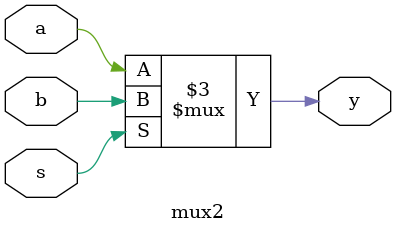
<source format=v>
module mux2(input wire a,b,s, output reg y);
always @ (a|b|s) begin
    if (s) 
        y=b;
    else
        y=a;
end
endmodule 
</source>
